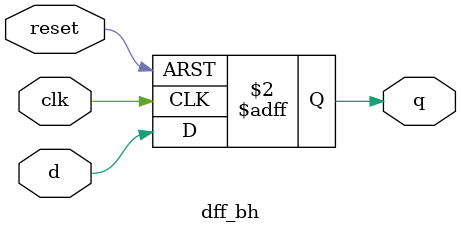
<source format=v>
module dff_bh (
	output reg q,
	input d,
	input reset,
	input clk
);
	always @ (posedge clk or posedge reset)
		if (reset)
			q <= 0;
		else 
			q <= d;
endmodule 
</source>
